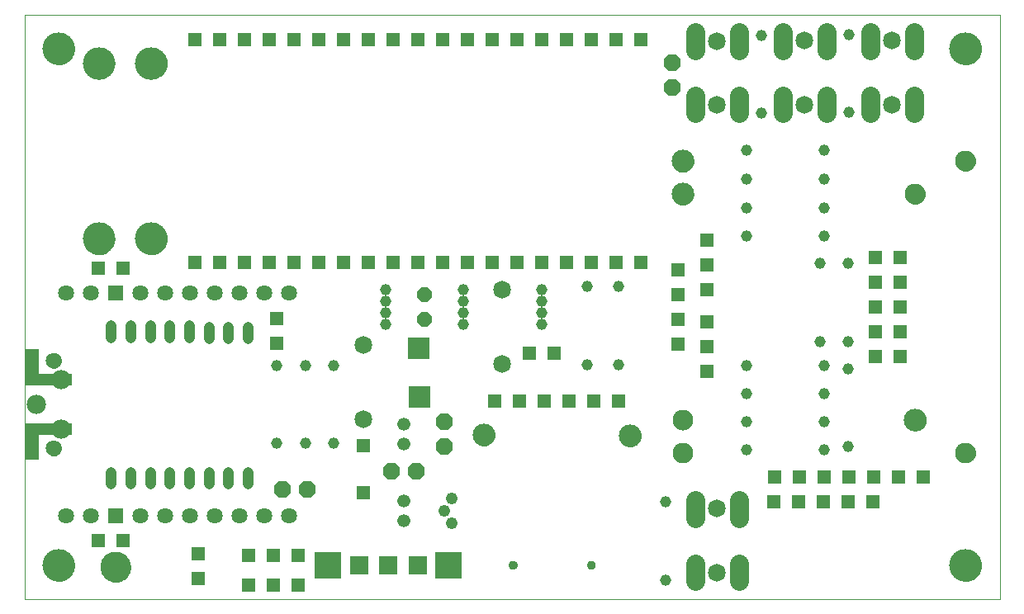
<source format=gbs>
G75*
%MOIN*%
%OFA0B0*%
%FSLAX24Y24*%
%IPPOS*%
%LPD*%
%AMOC8*
5,1,8,0,0,1.08239X$1,22.5*
%
%ADD10C,0.0000*%
%ADD11C,0.0916*%
%ADD12C,0.1310*%
%ADD13C,0.0837*%
%ADD14C,0.0641*%
%ADD15C,0.1231*%
%ADD16R,0.0522X0.0522*%
%ADD17C,0.0365*%
%ADD18C,0.0719*%
%ADD19OC8,0.0680*%
%ADD20C,0.0463*%
%ADD21OC8,0.0581*%
%ADD22R,0.0581X0.0581*%
%ADD23R,0.0759X0.0759*%
%ADD24R,0.1050X0.1050*%
%ADD25R,0.0641X0.0641*%
%ADD26C,0.0759*%
%ADD27C,0.0483*%
%ADD28C,0.0522*%
%ADD29R,0.0910X0.0910*%
%ADD30C,0.0444*%
%ADD31C,0.0430*%
%ADD32C,0.0778*%
%ADD33R,0.1850X0.0500*%
%ADD34R,0.0550X0.0550*%
D10*
X004227Y002440D02*
X043597Y002440D01*
X043597Y026062D01*
X004227Y026062D01*
X004227Y002440D01*
X004975Y003818D02*
X004977Y003868D01*
X004983Y003918D01*
X004993Y003967D01*
X005007Y004015D01*
X005024Y004062D01*
X005045Y004107D01*
X005070Y004151D01*
X005098Y004192D01*
X005130Y004231D01*
X005164Y004268D01*
X005201Y004302D01*
X005241Y004332D01*
X005283Y004359D01*
X005327Y004383D01*
X005373Y004404D01*
X005420Y004420D01*
X005468Y004433D01*
X005518Y004442D01*
X005567Y004447D01*
X005618Y004448D01*
X005668Y004445D01*
X005717Y004438D01*
X005766Y004427D01*
X005814Y004412D01*
X005860Y004394D01*
X005905Y004372D01*
X005948Y004346D01*
X005989Y004317D01*
X006028Y004285D01*
X006064Y004250D01*
X006096Y004212D01*
X006126Y004172D01*
X006153Y004129D01*
X006176Y004085D01*
X006195Y004039D01*
X006211Y003991D01*
X006223Y003942D01*
X006231Y003893D01*
X006235Y003843D01*
X006235Y003793D01*
X006231Y003743D01*
X006223Y003694D01*
X006211Y003645D01*
X006195Y003597D01*
X006176Y003551D01*
X006153Y003507D01*
X006126Y003464D01*
X006096Y003424D01*
X006064Y003386D01*
X006028Y003351D01*
X005989Y003319D01*
X005948Y003290D01*
X005905Y003264D01*
X005860Y003242D01*
X005814Y003224D01*
X005766Y003209D01*
X005717Y003198D01*
X005668Y003191D01*
X005618Y003188D01*
X005567Y003189D01*
X005518Y003194D01*
X005468Y003203D01*
X005420Y003216D01*
X005373Y003232D01*
X005327Y003253D01*
X005283Y003277D01*
X005241Y003304D01*
X005201Y003334D01*
X005164Y003368D01*
X005130Y003405D01*
X005098Y003444D01*
X005070Y003485D01*
X005045Y003529D01*
X005024Y003574D01*
X005007Y003621D01*
X004993Y003669D01*
X004983Y003718D01*
X004977Y003768D01*
X004975Y003818D01*
X007317Y003739D02*
X007319Y003787D01*
X007325Y003835D01*
X007335Y003882D01*
X007348Y003928D01*
X007366Y003973D01*
X007386Y004017D01*
X007411Y004059D01*
X007439Y004098D01*
X007469Y004135D01*
X007503Y004169D01*
X007540Y004201D01*
X007578Y004230D01*
X007619Y004255D01*
X007662Y004277D01*
X007707Y004295D01*
X007753Y004309D01*
X007800Y004320D01*
X007848Y004327D01*
X007896Y004330D01*
X007944Y004329D01*
X007992Y004324D01*
X008040Y004315D01*
X008086Y004303D01*
X008131Y004286D01*
X008175Y004266D01*
X008217Y004243D01*
X008257Y004216D01*
X008295Y004186D01*
X008330Y004153D01*
X008362Y004117D01*
X008392Y004079D01*
X008418Y004038D01*
X008440Y003995D01*
X008460Y003951D01*
X008475Y003906D01*
X008487Y003859D01*
X008495Y003811D01*
X008499Y003763D01*
X008499Y003715D01*
X008495Y003667D01*
X008487Y003619D01*
X008475Y003572D01*
X008460Y003527D01*
X008440Y003483D01*
X008418Y003440D01*
X008392Y003399D01*
X008362Y003361D01*
X008330Y003325D01*
X008295Y003292D01*
X008257Y003262D01*
X008217Y003235D01*
X008175Y003212D01*
X008131Y003192D01*
X008086Y003175D01*
X008040Y003163D01*
X007992Y003154D01*
X007944Y003149D01*
X007896Y003148D01*
X007848Y003151D01*
X007800Y003158D01*
X007753Y003169D01*
X007707Y003183D01*
X007662Y003201D01*
X007619Y003223D01*
X007578Y003248D01*
X007540Y003277D01*
X007503Y003309D01*
X007469Y003343D01*
X007439Y003380D01*
X007411Y003419D01*
X007386Y003461D01*
X007366Y003505D01*
X007348Y003550D01*
X007335Y003596D01*
X007325Y003643D01*
X007319Y003691D01*
X007317Y003739D01*
X005113Y008542D02*
X005115Y008576D01*
X005121Y008610D01*
X005131Y008643D01*
X005144Y008674D01*
X005162Y008704D01*
X005182Y008732D01*
X005206Y008757D01*
X005232Y008779D01*
X005260Y008797D01*
X005291Y008813D01*
X005323Y008825D01*
X005357Y008833D01*
X005391Y008837D01*
X005425Y008837D01*
X005459Y008833D01*
X005493Y008825D01*
X005525Y008813D01*
X005555Y008797D01*
X005584Y008779D01*
X005610Y008757D01*
X005634Y008732D01*
X005654Y008704D01*
X005672Y008674D01*
X005685Y008643D01*
X005695Y008610D01*
X005701Y008576D01*
X005703Y008542D01*
X005701Y008508D01*
X005695Y008474D01*
X005685Y008441D01*
X005672Y008410D01*
X005654Y008380D01*
X005634Y008352D01*
X005610Y008327D01*
X005584Y008305D01*
X005556Y008287D01*
X005525Y008271D01*
X005493Y008259D01*
X005459Y008251D01*
X005425Y008247D01*
X005391Y008247D01*
X005357Y008251D01*
X005323Y008259D01*
X005291Y008271D01*
X005260Y008287D01*
X005232Y008305D01*
X005206Y008327D01*
X005182Y008352D01*
X005162Y008380D01*
X005144Y008410D01*
X005131Y008441D01*
X005121Y008474D01*
X005115Y008508D01*
X005113Y008542D01*
X005113Y012086D02*
X005115Y012120D01*
X005121Y012154D01*
X005131Y012187D01*
X005144Y012218D01*
X005162Y012248D01*
X005182Y012276D01*
X005206Y012301D01*
X005232Y012323D01*
X005260Y012341D01*
X005291Y012357D01*
X005323Y012369D01*
X005357Y012377D01*
X005391Y012381D01*
X005425Y012381D01*
X005459Y012377D01*
X005493Y012369D01*
X005525Y012357D01*
X005555Y012341D01*
X005584Y012323D01*
X005610Y012301D01*
X005634Y012276D01*
X005654Y012248D01*
X005672Y012218D01*
X005685Y012187D01*
X005695Y012154D01*
X005701Y012120D01*
X005703Y012086D01*
X005701Y012052D01*
X005695Y012018D01*
X005685Y011985D01*
X005672Y011954D01*
X005654Y011924D01*
X005634Y011896D01*
X005610Y011871D01*
X005584Y011849D01*
X005556Y011831D01*
X005525Y011815D01*
X005493Y011803D01*
X005459Y011795D01*
X005425Y011791D01*
X005391Y011791D01*
X005357Y011795D01*
X005323Y011803D01*
X005291Y011815D01*
X005260Y011831D01*
X005232Y011849D01*
X005206Y011871D01*
X005182Y011896D01*
X005162Y011924D01*
X005144Y011954D01*
X005131Y011985D01*
X005121Y012018D01*
X005115Y012052D01*
X005113Y012086D01*
X006601Y017007D02*
X006603Y017057D01*
X006609Y017107D01*
X006619Y017156D01*
X006633Y017204D01*
X006650Y017251D01*
X006671Y017296D01*
X006696Y017340D01*
X006724Y017381D01*
X006756Y017420D01*
X006790Y017457D01*
X006827Y017491D01*
X006867Y017521D01*
X006909Y017548D01*
X006953Y017572D01*
X006999Y017593D01*
X007046Y017609D01*
X007094Y017622D01*
X007144Y017631D01*
X007193Y017636D01*
X007244Y017637D01*
X007294Y017634D01*
X007343Y017627D01*
X007392Y017616D01*
X007440Y017601D01*
X007486Y017583D01*
X007531Y017561D01*
X007574Y017535D01*
X007615Y017506D01*
X007654Y017474D01*
X007690Y017439D01*
X007722Y017401D01*
X007752Y017361D01*
X007779Y017318D01*
X007802Y017274D01*
X007821Y017228D01*
X007837Y017180D01*
X007849Y017131D01*
X007857Y017082D01*
X007861Y017032D01*
X007861Y016982D01*
X007857Y016932D01*
X007849Y016883D01*
X007837Y016834D01*
X007821Y016786D01*
X007802Y016740D01*
X007779Y016696D01*
X007752Y016653D01*
X007722Y016613D01*
X007690Y016575D01*
X007654Y016540D01*
X007615Y016508D01*
X007574Y016479D01*
X007531Y016453D01*
X007486Y016431D01*
X007440Y016413D01*
X007392Y016398D01*
X007343Y016387D01*
X007294Y016380D01*
X007244Y016377D01*
X007193Y016378D01*
X007144Y016383D01*
X007094Y016392D01*
X007046Y016405D01*
X006999Y016421D01*
X006953Y016442D01*
X006909Y016466D01*
X006867Y016493D01*
X006827Y016523D01*
X006790Y016557D01*
X006756Y016594D01*
X006724Y016633D01*
X006696Y016674D01*
X006671Y016718D01*
X006650Y016763D01*
X006633Y016810D01*
X006619Y016858D01*
X006609Y016907D01*
X006603Y016957D01*
X006601Y017007D01*
X008715Y017007D02*
X008717Y017057D01*
X008723Y017107D01*
X008733Y017156D01*
X008747Y017204D01*
X008764Y017251D01*
X008785Y017296D01*
X008810Y017340D01*
X008838Y017381D01*
X008870Y017420D01*
X008904Y017457D01*
X008941Y017491D01*
X008981Y017521D01*
X009023Y017548D01*
X009067Y017572D01*
X009113Y017593D01*
X009160Y017609D01*
X009208Y017622D01*
X009258Y017631D01*
X009307Y017636D01*
X009358Y017637D01*
X009408Y017634D01*
X009457Y017627D01*
X009506Y017616D01*
X009554Y017601D01*
X009600Y017583D01*
X009645Y017561D01*
X009688Y017535D01*
X009729Y017506D01*
X009768Y017474D01*
X009804Y017439D01*
X009836Y017401D01*
X009866Y017361D01*
X009893Y017318D01*
X009916Y017274D01*
X009935Y017228D01*
X009951Y017180D01*
X009963Y017131D01*
X009971Y017082D01*
X009975Y017032D01*
X009975Y016982D01*
X009971Y016932D01*
X009963Y016883D01*
X009951Y016834D01*
X009935Y016786D01*
X009916Y016740D01*
X009893Y016696D01*
X009866Y016653D01*
X009836Y016613D01*
X009804Y016575D01*
X009768Y016540D01*
X009729Y016508D01*
X009688Y016479D01*
X009645Y016453D01*
X009600Y016431D01*
X009554Y016413D01*
X009506Y016398D01*
X009457Y016387D01*
X009408Y016380D01*
X009358Y016377D01*
X009307Y016378D01*
X009258Y016383D01*
X009208Y016392D01*
X009160Y016405D01*
X009113Y016421D01*
X009067Y016442D01*
X009023Y016466D01*
X008981Y016493D01*
X008941Y016523D01*
X008904Y016557D01*
X008870Y016594D01*
X008838Y016633D01*
X008810Y016674D01*
X008785Y016718D01*
X008764Y016763D01*
X008747Y016810D01*
X008733Y016858D01*
X008723Y016907D01*
X008717Y016957D01*
X008715Y017007D01*
X008715Y024094D02*
X008717Y024144D01*
X008723Y024194D01*
X008733Y024243D01*
X008747Y024291D01*
X008764Y024338D01*
X008785Y024383D01*
X008810Y024427D01*
X008838Y024468D01*
X008870Y024507D01*
X008904Y024544D01*
X008941Y024578D01*
X008981Y024608D01*
X009023Y024635D01*
X009067Y024659D01*
X009113Y024680D01*
X009160Y024696D01*
X009208Y024709D01*
X009258Y024718D01*
X009307Y024723D01*
X009358Y024724D01*
X009408Y024721D01*
X009457Y024714D01*
X009506Y024703D01*
X009554Y024688D01*
X009600Y024670D01*
X009645Y024648D01*
X009688Y024622D01*
X009729Y024593D01*
X009768Y024561D01*
X009804Y024526D01*
X009836Y024488D01*
X009866Y024448D01*
X009893Y024405D01*
X009916Y024361D01*
X009935Y024315D01*
X009951Y024267D01*
X009963Y024218D01*
X009971Y024169D01*
X009975Y024119D01*
X009975Y024069D01*
X009971Y024019D01*
X009963Y023970D01*
X009951Y023921D01*
X009935Y023873D01*
X009916Y023827D01*
X009893Y023783D01*
X009866Y023740D01*
X009836Y023700D01*
X009804Y023662D01*
X009768Y023627D01*
X009729Y023595D01*
X009688Y023566D01*
X009645Y023540D01*
X009600Y023518D01*
X009554Y023500D01*
X009506Y023485D01*
X009457Y023474D01*
X009408Y023467D01*
X009358Y023464D01*
X009307Y023465D01*
X009258Y023470D01*
X009208Y023479D01*
X009160Y023492D01*
X009113Y023508D01*
X009067Y023529D01*
X009023Y023553D01*
X008981Y023580D01*
X008941Y023610D01*
X008904Y023644D01*
X008870Y023681D01*
X008838Y023720D01*
X008810Y023761D01*
X008785Y023805D01*
X008764Y023850D01*
X008747Y023897D01*
X008733Y023945D01*
X008723Y023994D01*
X008717Y024044D01*
X008715Y024094D01*
X006601Y024094D02*
X006603Y024144D01*
X006609Y024194D01*
X006619Y024243D01*
X006633Y024291D01*
X006650Y024338D01*
X006671Y024383D01*
X006696Y024427D01*
X006724Y024468D01*
X006756Y024507D01*
X006790Y024544D01*
X006827Y024578D01*
X006867Y024608D01*
X006909Y024635D01*
X006953Y024659D01*
X006999Y024680D01*
X007046Y024696D01*
X007094Y024709D01*
X007144Y024718D01*
X007193Y024723D01*
X007244Y024724D01*
X007294Y024721D01*
X007343Y024714D01*
X007392Y024703D01*
X007440Y024688D01*
X007486Y024670D01*
X007531Y024648D01*
X007574Y024622D01*
X007615Y024593D01*
X007654Y024561D01*
X007690Y024526D01*
X007722Y024488D01*
X007752Y024448D01*
X007779Y024405D01*
X007802Y024361D01*
X007821Y024315D01*
X007837Y024267D01*
X007849Y024218D01*
X007857Y024169D01*
X007861Y024119D01*
X007861Y024069D01*
X007857Y024019D01*
X007849Y023970D01*
X007837Y023921D01*
X007821Y023873D01*
X007802Y023827D01*
X007779Y023783D01*
X007752Y023740D01*
X007722Y023700D01*
X007690Y023662D01*
X007654Y023627D01*
X007615Y023595D01*
X007574Y023566D01*
X007531Y023540D01*
X007486Y023518D01*
X007440Y023500D01*
X007392Y023485D01*
X007343Y023474D01*
X007294Y023467D01*
X007244Y023464D01*
X007193Y023465D01*
X007144Y023470D01*
X007094Y023479D01*
X007046Y023492D01*
X006999Y023508D01*
X006953Y023529D01*
X006909Y023553D01*
X006867Y023580D01*
X006827Y023610D01*
X006790Y023644D01*
X006756Y023681D01*
X006724Y023720D01*
X006696Y023761D01*
X006671Y023805D01*
X006650Y023850D01*
X006633Y023897D01*
X006619Y023945D01*
X006609Y023994D01*
X006603Y024044D01*
X006601Y024094D01*
X004975Y024684D02*
X004977Y024734D01*
X004983Y024784D01*
X004993Y024833D01*
X005007Y024881D01*
X005024Y024928D01*
X005045Y024973D01*
X005070Y025017D01*
X005098Y025058D01*
X005130Y025097D01*
X005164Y025134D01*
X005201Y025168D01*
X005241Y025198D01*
X005283Y025225D01*
X005327Y025249D01*
X005373Y025270D01*
X005420Y025286D01*
X005468Y025299D01*
X005518Y025308D01*
X005567Y025313D01*
X005618Y025314D01*
X005668Y025311D01*
X005717Y025304D01*
X005766Y025293D01*
X005814Y025278D01*
X005860Y025260D01*
X005905Y025238D01*
X005948Y025212D01*
X005989Y025183D01*
X006028Y025151D01*
X006064Y025116D01*
X006096Y025078D01*
X006126Y025038D01*
X006153Y024995D01*
X006176Y024951D01*
X006195Y024905D01*
X006211Y024857D01*
X006223Y024808D01*
X006231Y024759D01*
X006235Y024709D01*
X006235Y024659D01*
X006231Y024609D01*
X006223Y024560D01*
X006211Y024511D01*
X006195Y024463D01*
X006176Y024417D01*
X006153Y024373D01*
X006126Y024330D01*
X006096Y024290D01*
X006064Y024252D01*
X006028Y024217D01*
X005989Y024185D01*
X005948Y024156D01*
X005905Y024130D01*
X005860Y024108D01*
X005814Y024090D01*
X005766Y024075D01*
X005717Y024064D01*
X005668Y024057D01*
X005618Y024054D01*
X005567Y024055D01*
X005518Y024060D01*
X005468Y024069D01*
X005420Y024082D01*
X005373Y024098D01*
X005327Y024119D01*
X005283Y024143D01*
X005241Y024170D01*
X005201Y024200D01*
X005164Y024234D01*
X005130Y024271D01*
X005098Y024310D01*
X005070Y024351D01*
X005045Y024395D01*
X005024Y024440D01*
X005007Y024487D01*
X004993Y024535D01*
X004983Y024584D01*
X004977Y024634D01*
X004975Y024684D01*
X030368Y020141D02*
X030370Y020182D01*
X030376Y020223D01*
X030386Y020263D01*
X030399Y020302D01*
X030416Y020339D01*
X030437Y020375D01*
X030461Y020409D01*
X030488Y020440D01*
X030517Y020468D01*
X030550Y020494D01*
X030584Y020516D01*
X030621Y020535D01*
X030659Y020550D01*
X030699Y020562D01*
X030739Y020570D01*
X030780Y020574D01*
X030822Y020574D01*
X030863Y020570D01*
X030903Y020562D01*
X030943Y020550D01*
X030981Y020535D01*
X031017Y020516D01*
X031052Y020494D01*
X031085Y020468D01*
X031114Y020440D01*
X031141Y020409D01*
X031165Y020375D01*
X031186Y020339D01*
X031203Y020302D01*
X031216Y020263D01*
X031226Y020223D01*
X031232Y020182D01*
X031234Y020141D01*
X031232Y020100D01*
X031226Y020059D01*
X031216Y020019D01*
X031203Y019980D01*
X031186Y019943D01*
X031165Y019907D01*
X031141Y019873D01*
X031114Y019842D01*
X031085Y019814D01*
X031052Y019788D01*
X031018Y019766D01*
X030981Y019747D01*
X030943Y019732D01*
X030903Y019720D01*
X030863Y019712D01*
X030822Y019708D01*
X030780Y019708D01*
X030739Y019712D01*
X030699Y019720D01*
X030659Y019732D01*
X030621Y019747D01*
X030585Y019766D01*
X030550Y019788D01*
X030517Y019814D01*
X030488Y019842D01*
X030461Y019873D01*
X030437Y019907D01*
X030416Y019943D01*
X030399Y019980D01*
X030386Y020019D01*
X030376Y020059D01*
X030370Y020100D01*
X030368Y020141D01*
X030364Y018810D02*
X030366Y018851D01*
X030372Y018892D01*
X030382Y018932D01*
X030395Y018971D01*
X030412Y019008D01*
X030433Y019044D01*
X030457Y019078D01*
X030484Y019109D01*
X030513Y019137D01*
X030546Y019163D01*
X030580Y019185D01*
X030617Y019204D01*
X030655Y019219D01*
X030695Y019231D01*
X030735Y019239D01*
X030776Y019243D01*
X030818Y019243D01*
X030859Y019239D01*
X030899Y019231D01*
X030939Y019219D01*
X030977Y019204D01*
X031013Y019185D01*
X031048Y019163D01*
X031081Y019137D01*
X031110Y019109D01*
X031137Y019078D01*
X031161Y019044D01*
X031182Y019008D01*
X031199Y018971D01*
X031212Y018932D01*
X031222Y018892D01*
X031228Y018851D01*
X031230Y018810D01*
X031228Y018769D01*
X031222Y018728D01*
X031212Y018688D01*
X031199Y018649D01*
X031182Y018612D01*
X031161Y018576D01*
X031137Y018542D01*
X031110Y018511D01*
X031081Y018483D01*
X031048Y018457D01*
X031014Y018435D01*
X030977Y018416D01*
X030939Y018401D01*
X030899Y018389D01*
X030859Y018381D01*
X030818Y018377D01*
X030776Y018377D01*
X030735Y018381D01*
X030695Y018389D01*
X030655Y018401D01*
X030617Y018416D01*
X030581Y018435D01*
X030546Y018457D01*
X030513Y018483D01*
X030484Y018511D01*
X030457Y018542D01*
X030433Y018576D01*
X030412Y018612D01*
X030395Y018649D01*
X030382Y018688D01*
X030372Y018728D01*
X030366Y018769D01*
X030364Y018810D01*
X039793Y018810D02*
X039795Y018849D01*
X039801Y018888D01*
X039811Y018926D01*
X039824Y018963D01*
X039841Y018998D01*
X039861Y019032D01*
X039885Y019063D01*
X039912Y019092D01*
X039941Y019118D01*
X039973Y019141D01*
X040007Y019161D01*
X040043Y019177D01*
X040080Y019189D01*
X040119Y019198D01*
X040158Y019203D01*
X040197Y019204D01*
X040236Y019201D01*
X040275Y019194D01*
X040312Y019183D01*
X040349Y019169D01*
X040384Y019151D01*
X040417Y019130D01*
X040448Y019105D01*
X040476Y019078D01*
X040501Y019048D01*
X040523Y019015D01*
X040542Y018981D01*
X040557Y018945D01*
X040569Y018907D01*
X040577Y018869D01*
X040581Y018830D01*
X040581Y018790D01*
X040577Y018751D01*
X040569Y018713D01*
X040557Y018675D01*
X040542Y018639D01*
X040523Y018605D01*
X040501Y018572D01*
X040476Y018542D01*
X040448Y018515D01*
X040417Y018490D01*
X040384Y018469D01*
X040349Y018451D01*
X040312Y018437D01*
X040275Y018426D01*
X040236Y018419D01*
X040197Y018416D01*
X040158Y018417D01*
X040119Y018422D01*
X040080Y018431D01*
X040043Y018443D01*
X040007Y018459D01*
X039973Y018479D01*
X039941Y018502D01*
X039912Y018528D01*
X039885Y018557D01*
X039861Y018588D01*
X039841Y018622D01*
X039824Y018657D01*
X039811Y018694D01*
X039801Y018732D01*
X039795Y018771D01*
X039793Y018810D01*
X041817Y020141D02*
X041819Y020180D01*
X041825Y020219D01*
X041835Y020257D01*
X041848Y020294D01*
X041865Y020329D01*
X041885Y020363D01*
X041909Y020394D01*
X041936Y020423D01*
X041965Y020449D01*
X041997Y020472D01*
X042031Y020492D01*
X042067Y020508D01*
X042104Y020520D01*
X042143Y020529D01*
X042182Y020534D01*
X042221Y020535D01*
X042260Y020532D01*
X042299Y020525D01*
X042336Y020514D01*
X042373Y020500D01*
X042408Y020482D01*
X042441Y020461D01*
X042472Y020436D01*
X042500Y020409D01*
X042525Y020379D01*
X042547Y020346D01*
X042566Y020312D01*
X042581Y020276D01*
X042593Y020238D01*
X042601Y020200D01*
X042605Y020161D01*
X042605Y020121D01*
X042601Y020082D01*
X042593Y020044D01*
X042581Y020006D01*
X042566Y019970D01*
X042547Y019936D01*
X042525Y019903D01*
X042500Y019873D01*
X042472Y019846D01*
X042441Y019821D01*
X042408Y019800D01*
X042373Y019782D01*
X042336Y019768D01*
X042299Y019757D01*
X042260Y019750D01*
X042221Y019747D01*
X042182Y019748D01*
X042143Y019753D01*
X042104Y019762D01*
X042067Y019774D01*
X042031Y019790D01*
X041997Y019810D01*
X041965Y019833D01*
X041936Y019859D01*
X041909Y019888D01*
X041885Y019919D01*
X041865Y019953D01*
X041848Y019988D01*
X041835Y020025D01*
X041825Y020063D01*
X041819Y020102D01*
X041817Y020141D01*
X041589Y024684D02*
X041591Y024734D01*
X041597Y024784D01*
X041607Y024833D01*
X041621Y024881D01*
X041638Y024928D01*
X041659Y024973D01*
X041684Y025017D01*
X041712Y025058D01*
X041744Y025097D01*
X041778Y025134D01*
X041815Y025168D01*
X041855Y025198D01*
X041897Y025225D01*
X041941Y025249D01*
X041987Y025270D01*
X042034Y025286D01*
X042082Y025299D01*
X042132Y025308D01*
X042181Y025313D01*
X042232Y025314D01*
X042282Y025311D01*
X042331Y025304D01*
X042380Y025293D01*
X042428Y025278D01*
X042474Y025260D01*
X042519Y025238D01*
X042562Y025212D01*
X042603Y025183D01*
X042642Y025151D01*
X042678Y025116D01*
X042710Y025078D01*
X042740Y025038D01*
X042767Y024995D01*
X042790Y024951D01*
X042809Y024905D01*
X042825Y024857D01*
X042837Y024808D01*
X042845Y024759D01*
X042849Y024709D01*
X042849Y024659D01*
X042845Y024609D01*
X042837Y024560D01*
X042825Y024511D01*
X042809Y024463D01*
X042790Y024417D01*
X042767Y024373D01*
X042740Y024330D01*
X042710Y024290D01*
X042678Y024252D01*
X042642Y024217D01*
X042603Y024185D01*
X042562Y024156D01*
X042519Y024130D01*
X042474Y024108D01*
X042428Y024090D01*
X042380Y024075D01*
X042331Y024064D01*
X042282Y024057D01*
X042232Y024054D01*
X042181Y024055D01*
X042132Y024060D01*
X042082Y024069D01*
X042034Y024082D01*
X041987Y024098D01*
X041941Y024119D01*
X041897Y024143D01*
X041855Y024170D01*
X041815Y024200D01*
X041778Y024234D01*
X041744Y024271D01*
X041712Y024310D01*
X041684Y024351D01*
X041659Y024395D01*
X041638Y024440D01*
X041621Y024487D01*
X041607Y024535D01*
X041597Y024584D01*
X041591Y024634D01*
X041589Y024684D01*
X039754Y009692D02*
X039756Y009733D01*
X039762Y009774D01*
X039772Y009814D01*
X039785Y009853D01*
X039802Y009890D01*
X039823Y009926D01*
X039847Y009960D01*
X039874Y009991D01*
X039903Y010019D01*
X039936Y010045D01*
X039970Y010067D01*
X040007Y010086D01*
X040045Y010101D01*
X040085Y010113D01*
X040125Y010121D01*
X040166Y010125D01*
X040208Y010125D01*
X040249Y010121D01*
X040289Y010113D01*
X040329Y010101D01*
X040367Y010086D01*
X040403Y010067D01*
X040438Y010045D01*
X040471Y010019D01*
X040500Y009991D01*
X040527Y009960D01*
X040551Y009926D01*
X040572Y009890D01*
X040589Y009853D01*
X040602Y009814D01*
X040612Y009774D01*
X040618Y009733D01*
X040620Y009692D01*
X040618Y009651D01*
X040612Y009610D01*
X040602Y009570D01*
X040589Y009531D01*
X040572Y009494D01*
X040551Y009458D01*
X040527Y009424D01*
X040500Y009393D01*
X040471Y009365D01*
X040438Y009339D01*
X040404Y009317D01*
X040367Y009298D01*
X040329Y009283D01*
X040289Y009271D01*
X040249Y009263D01*
X040208Y009259D01*
X040166Y009259D01*
X040125Y009263D01*
X040085Y009271D01*
X040045Y009283D01*
X040007Y009298D01*
X039971Y009317D01*
X039936Y009339D01*
X039903Y009365D01*
X039874Y009393D01*
X039847Y009424D01*
X039823Y009458D01*
X039802Y009494D01*
X039785Y009531D01*
X039772Y009570D01*
X039762Y009610D01*
X039756Y009651D01*
X039754Y009692D01*
X041817Y008361D02*
X041819Y008400D01*
X041825Y008439D01*
X041835Y008477D01*
X041848Y008514D01*
X041865Y008549D01*
X041885Y008583D01*
X041909Y008614D01*
X041936Y008643D01*
X041965Y008669D01*
X041997Y008692D01*
X042031Y008712D01*
X042067Y008728D01*
X042104Y008740D01*
X042143Y008749D01*
X042182Y008754D01*
X042221Y008755D01*
X042260Y008752D01*
X042299Y008745D01*
X042336Y008734D01*
X042373Y008720D01*
X042408Y008702D01*
X042441Y008681D01*
X042472Y008656D01*
X042500Y008629D01*
X042525Y008599D01*
X042547Y008566D01*
X042566Y008532D01*
X042581Y008496D01*
X042593Y008458D01*
X042601Y008420D01*
X042605Y008381D01*
X042605Y008341D01*
X042601Y008302D01*
X042593Y008264D01*
X042581Y008226D01*
X042566Y008190D01*
X042547Y008156D01*
X042525Y008123D01*
X042500Y008093D01*
X042472Y008066D01*
X042441Y008041D01*
X042408Y008020D01*
X042373Y008002D01*
X042336Y007988D01*
X042299Y007977D01*
X042260Y007970D01*
X042221Y007967D01*
X042182Y007968D01*
X042143Y007973D01*
X042104Y007982D01*
X042067Y007994D01*
X042031Y008010D01*
X041997Y008030D01*
X041965Y008053D01*
X041936Y008079D01*
X041909Y008108D01*
X041885Y008139D01*
X041865Y008173D01*
X041848Y008208D01*
X041835Y008245D01*
X041825Y008283D01*
X041819Y008322D01*
X041817Y008361D01*
X041589Y003818D02*
X041591Y003868D01*
X041597Y003918D01*
X041607Y003967D01*
X041621Y004015D01*
X041638Y004062D01*
X041659Y004107D01*
X041684Y004151D01*
X041712Y004192D01*
X041744Y004231D01*
X041778Y004268D01*
X041815Y004302D01*
X041855Y004332D01*
X041897Y004359D01*
X041941Y004383D01*
X041987Y004404D01*
X042034Y004420D01*
X042082Y004433D01*
X042132Y004442D01*
X042181Y004447D01*
X042232Y004448D01*
X042282Y004445D01*
X042331Y004438D01*
X042380Y004427D01*
X042428Y004412D01*
X042474Y004394D01*
X042519Y004372D01*
X042562Y004346D01*
X042603Y004317D01*
X042642Y004285D01*
X042678Y004250D01*
X042710Y004212D01*
X042740Y004172D01*
X042767Y004129D01*
X042790Y004085D01*
X042809Y004039D01*
X042825Y003991D01*
X042837Y003942D01*
X042845Y003893D01*
X042849Y003843D01*
X042849Y003793D01*
X042845Y003743D01*
X042837Y003694D01*
X042825Y003645D01*
X042809Y003597D01*
X042790Y003551D01*
X042767Y003507D01*
X042740Y003464D01*
X042710Y003424D01*
X042678Y003386D01*
X042642Y003351D01*
X042603Y003319D01*
X042562Y003290D01*
X042519Y003264D01*
X042474Y003242D01*
X042428Y003224D01*
X042380Y003209D01*
X042331Y003198D01*
X042282Y003191D01*
X042232Y003188D01*
X042181Y003189D01*
X042132Y003194D01*
X042082Y003203D01*
X042034Y003216D01*
X041987Y003232D01*
X041941Y003253D01*
X041897Y003277D01*
X041855Y003304D01*
X041815Y003334D01*
X041778Y003368D01*
X041744Y003405D01*
X041712Y003444D01*
X041684Y003485D01*
X041659Y003529D01*
X041638Y003574D01*
X041621Y003621D01*
X041607Y003669D01*
X041597Y003718D01*
X041591Y003768D01*
X041589Y003818D01*
X030400Y008361D02*
X030402Y008400D01*
X030408Y008439D01*
X030418Y008477D01*
X030431Y008514D01*
X030448Y008549D01*
X030468Y008583D01*
X030492Y008614D01*
X030519Y008643D01*
X030548Y008669D01*
X030580Y008692D01*
X030614Y008712D01*
X030650Y008728D01*
X030687Y008740D01*
X030726Y008749D01*
X030765Y008754D01*
X030804Y008755D01*
X030843Y008752D01*
X030882Y008745D01*
X030919Y008734D01*
X030956Y008720D01*
X030991Y008702D01*
X031024Y008681D01*
X031055Y008656D01*
X031083Y008629D01*
X031108Y008599D01*
X031130Y008566D01*
X031149Y008532D01*
X031164Y008496D01*
X031176Y008458D01*
X031184Y008420D01*
X031188Y008381D01*
X031188Y008341D01*
X031184Y008302D01*
X031176Y008264D01*
X031164Y008226D01*
X031149Y008190D01*
X031130Y008156D01*
X031108Y008123D01*
X031083Y008093D01*
X031055Y008066D01*
X031024Y008041D01*
X030991Y008020D01*
X030956Y008002D01*
X030919Y007988D01*
X030882Y007977D01*
X030843Y007970D01*
X030804Y007967D01*
X030765Y007968D01*
X030726Y007973D01*
X030687Y007982D01*
X030650Y007994D01*
X030614Y008010D01*
X030580Y008030D01*
X030548Y008053D01*
X030519Y008079D01*
X030492Y008108D01*
X030468Y008139D01*
X030448Y008173D01*
X030431Y008208D01*
X030418Y008245D01*
X030408Y008283D01*
X030402Y008322D01*
X030400Y008361D01*
X028242Y009046D02*
X028244Y009087D01*
X028250Y009128D01*
X028260Y009168D01*
X028273Y009207D01*
X028290Y009244D01*
X028311Y009280D01*
X028335Y009314D01*
X028362Y009345D01*
X028391Y009373D01*
X028424Y009399D01*
X028458Y009421D01*
X028495Y009440D01*
X028533Y009455D01*
X028573Y009467D01*
X028613Y009475D01*
X028654Y009479D01*
X028696Y009479D01*
X028737Y009475D01*
X028777Y009467D01*
X028817Y009455D01*
X028855Y009440D01*
X028891Y009421D01*
X028926Y009399D01*
X028959Y009373D01*
X028988Y009345D01*
X029015Y009314D01*
X029039Y009280D01*
X029060Y009244D01*
X029077Y009207D01*
X029090Y009168D01*
X029100Y009128D01*
X029106Y009087D01*
X029108Y009046D01*
X029106Y009005D01*
X029100Y008964D01*
X029090Y008924D01*
X029077Y008885D01*
X029060Y008848D01*
X029039Y008812D01*
X029015Y008778D01*
X028988Y008747D01*
X028959Y008719D01*
X028926Y008693D01*
X028892Y008671D01*
X028855Y008652D01*
X028817Y008637D01*
X028777Y008625D01*
X028737Y008617D01*
X028696Y008613D01*
X028654Y008613D01*
X028613Y008617D01*
X028573Y008625D01*
X028533Y008637D01*
X028495Y008652D01*
X028459Y008671D01*
X028424Y008693D01*
X028391Y008719D01*
X028362Y008747D01*
X028335Y008778D01*
X028311Y008812D01*
X028290Y008848D01*
X028273Y008885D01*
X028260Y008924D01*
X028250Y008964D01*
X028244Y009005D01*
X028242Y009046D01*
X030403Y009692D02*
X030405Y009731D01*
X030411Y009770D01*
X030421Y009808D01*
X030434Y009845D01*
X030451Y009880D01*
X030471Y009914D01*
X030495Y009945D01*
X030522Y009974D01*
X030551Y010000D01*
X030583Y010023D01*
X030617Y010043D01*
X030653Y010059D01*
X030690Y010071D01*
X030729Y010080D01*
X030768Y010085D01*
X030807Y010086D01*
X030846Y010083D01*
X030885Y010076D01*
X030922Y010065D01*
X030959Y010051D01*
X030994Y010033D01*
X031027Y010012D01*
X031058Y009987D01*
X031086Y009960D01*
X031111Y009930D01*
X031133Y009897D01*
X031152Y009863D01*
X031167Y009827D01*
X031179Y009789D01*
X031187Y009751D01*
X031191Y009712D01*
X031191Y009672D01*
X031187Y009633D01*
X031179Y009595D01*
X031167Y009557D01*
X031152Y009521D01*
X031133Y009487D01*
X031111Y009454D01*
X031086Y009424D01*
X031058Y009397D01*
X031027Y009372D01*
X030994Y009351D01*
X030959Y009333D01*
X030922Y009319D01*
X030885Y009308D01*
X030846Y009301D01*
X030807Y009298D01*
X030768Y009299D01*
X030729Y009304D01*
X030690Y009313D01*
X030653Y009325D01*
X030617Y009341D01*
X030583Y009361D01*
X030551Y009384D01*
X030522Y009410D01*
X030495Y009439D01*
X030471Y009470D01*
X030451Y009504D01*
X030434Y009539D01*
X030421Y009576D01*
X030411Y009614D01*
X030405Y009653D01*
X030403Y009692D01*
X022337Y009086D02*
X022339Y009127D01*
X022345Y009168D01*
X022355Y009208D01*
X022368Y009247D01*
X022385Y009284D01*
X022406Y009320D01*
X022430Y009354D01*
X022457Y009385D01*
X022486Y009413D01*
X022519Y009439D01*
X022553Y009461D01*
X022590Y009480D01*
X022628Y009495D01*
X022668Y009507D01*
X022708Y009515D01*
X022749Y009519D01*
X022791Y009519D01*
X022832Y009515D01*
X022872Y009507D01*
X022912Y009495D01*
X022950Y009480D01*
X022986Y009461D01*
X023021Y009439D01*
X023054Y009413D01*
X023083Y009385D01*
X023110Y009354D01*
X023134Y009320D01*
X023155Y009284D01*
X023172Y009247D01*
X023185Y009208D01*
X023195Y009168D01*
X023201Y009127D01*
X023203Y009086D01*
X023201Y009045D01*
X023195Y009004D01*
X023185Y008964D01*
X023172Y008925D01*
X023155Y008888D01*
X023134Y008852D01*
X023110Y008818D01*
X023083Y008787D01*
X023054Y008759D01*
X023021Y008733D01*
X022987Y008711D01*
X022950Y008692D01*
X022912Y008677D01*
X022872Y008665D01*
X022832Y008657D01*
X022791Y008653D01*
X022749Y008653D01*
X022708Y008657D01*
X022668Y008665D01*
X022628Y008677D01*
X022590Y008692D01*
X022554Y008711D01*
X022519Y008733D01*
X022486Y008759D01*
X022457Y008787D01*
X022430Y008818D01*
X022406Y008852D01*
X022385Y008888D01*
X022368Y008925D01*
X022355Y008964D01*
X022345Y009004D01*
X022339Y009045D01*
X022337Y009086D01*
X023794Y003830D02*
X023796Y003855D01*
X023802Y003879D01*
X023811Y003901D01*
X023824Y003922D01*
X023840Y003941D01*
X023859Y003957D01*
X023880Y003970D01*
X023902Y003979D01*
X023926Y003985D01*
X023951Y003987D01*
X023976Y003985D01*
X024000Y003979D01*
X024022Y003970D01*
X024043Y003957D01*
X024062Y003941D01*
X024078Y003922D01*
X024091Y003901D01*
X024100Y003879D01*
X024106Y003855D01*
X024108Y003830D01*
X024106Y003805D01*
X024100Y003781D01*
X024091Y003759D01*
X024078Y003738D01*
X024062Y003719D01*
X024043Y003703D01*
X024022Y003690D01*
X024000Y003681D01*
X023976Y003675D01*
X023951Y003673D01*
X023926Y003675D01*
X023902Y003681D01*
X023880Y003690D01*
X023859Y003703D01*
X023840Y003719D01*
X023824Y003738D01*
X023811Y003759D01*
X023802Y003781D01*
X023796Y003805D01*
X023794Y003830D01*
X026944Y003830D02*
X026946Y003855D01*
X026952Y003879D01*
X026961Y003901D01*
X026974Y003922D01*
X026990Y003941D01*
X027009Y003957D01*
X027030Y003970D01*
X027052Y003979D01*
X027076Y003985D01*
X027101Y003987D01*
X027126Y003985D01*
X027150Y003979D01*
X027172Y003970D01*
X027193Y003957D01*
X027212Y003941D01*
X027228Y003922D01*
X027241Y003901D01*
X027250Y003879D01*
X027256Y003855D01*
X027258Y003830D01*
X027256Y003805D01*
X027250Y003781D01*
X027241Y003759D01*
X027228Y003738D01*
X027212Y003719D01*
X027193Y003703D01*
X027172Y003690D01*
X027150Y003681D01*
X027126Y003675D01*
X027101Y003673D01*
X027076Y003675D01*
X027052Y003681D01*
X027030Y003690D01*
X027009Y003703D01*
X026990Y003719D01*
X026974Y003738D01*
X026961Y003759D01*
X026952Y003781D01*
X026946Y003805D01*
X026944Y003830D01*
D11*
X028675Y009046D03*
X022770Y009086D03*
X030797Y018810D03*
X030801Y020141D03*
X040187Y009692D03*
D12*
X042219Y003818D03*
X009345Y017007D03*
X007231Y017007D03*
X007231Y024094D03*
X005605Y024684D03*
X009345Y024094D03*
X042219Y024684D03*
X005605Y003818D03*
D13*
X030794Y008361D03*
X030797Y009692D03*
X042211Y008361D03*
X040187Y018810D03*
X042211Y020141D03*
D14*
X014920Y014814D03*
X013920Y014814D03*
X012920Y014814D03*
X011920Y014814D03*
X010920Y014814D03*
X009920Y014814D03*
X008920Y014814D03*
X006920Y014814D03*
X005920Y014814D03*
X005408Y012086D03*
X005408Y008542D03*
X005920Y005814D03*
X006920Y005814D03*
X008920Y005814D03*
X009920Y005814D03*
X010920Y005814D03*
X011920Y005814D03*
X012920Y005814D03*
X013920Y005814D03*
X014920Y005814D03*
D15*
X007908Y003739D03*
D16*
X011258Y003282D03*
X011258Y004282D03*
X017912Y006743D03*
X017912Y008633D03*
X023223Y010440D03*
X024223Y010440D03*
X025223Y010440D03*
X026223Y010440D03*
X027223Y010440D03*
X028223Y010440D03*
X030605Y012743D03*
X030605Y013743D03*
X030605Y014743D03*
X030605Y015743D03*
X029120Y016050D03*
X028120Y016050D03*
X027120Y016050D03*
X026120Y016050D03*
X025120Y016050D03*
X024120Y016050D03*
X023120Y016050D03*
X022120Y016050D03*
X021120Y016050D03*
X020120Y016050D03*
X019120Y016050D03*
X018120Y016050D03*
X017120Y016050D03*
X016120Y016050D03*
X015120Y016050D03*
X014120Y016050D03*
X013120Y016050D03*
X012120Y016050D03*
X011120Y016050D03*
X011120Y025050D03*
X012120Y025050D03*
X013120Y025050D03*
X014120Y025050D03*
X015120Y025050D03*
X016120Y025050D03*
X017120Y025050D03*
X018120Y025050D03*
X019120Y025050D03*
X020120Y025050D03*
X021120Y025050D03*
X022120Y025050D03*
X023120Y025050D03*
X024120Y025050D03*
X025120Y025050D03*
X026120Y025050D03*
X027120Y025050D03*
X028120Y025050D03*
X029120Y025050D03*
D17*
X027101Y003830D03*
X023951Y003830D03*
D18*
X032179Y003503D03*
X032179Y006101D03*
X023510Y011952D03*
X023510Y014952D03*
X017912Y012700D03*
X017912Y009700D03*
X032179Y022401D03*
X035707Y022408D03*
X039254Y022405D03*
X039254Y025003D03*
X035707Y025007D03*
X032179Y024999D03*
D19*
X030364Y024101D03*
X030364Y023101D03*
X021183Y009613D03*
X021183Y008613D03*
X020034Y007609D03*
X019034Y007609D03*
X015628Y006893D03*
X014628Y006893D03*
D20*
X014400Y008739D03*
X015561Y008739D03*
X016703Y008739D03*
X016703Y011889D03*
X015561Y011889D03*
X014400Y011889D03*
X018794Y013542D03*
X018794Y014015D03*
X018794Y014487D03*
X018794Y014960D03*
X021943Y014960D03*
X021943Y014487D03*
X021943Y014015D03*
X021943Y013542D03*
X025093Y013542D03*
X025093Y014015D03*
X025093Y014487D03*
X025093Y014960D03*
X026939Y015070D03*
X028219Y015070D03*
X028219Y011920D03*
X026939Y011920D03*
X033360Y011869D03*
X033364Y010743D03*
X033360Y009613D03*
X033360Y008483D03*
X036510Y008483D03*
X037490Y008601D03*
X036510Y009613D03*
X036514Y010743D03*
X037490Y011751D03*
X036510Y011869D03*
X036345Y012865D03*
X037490Y012865D03*
X037490Y016015D03*
X036345Y016015D03*
X036510Y017105D03*
X036510Y018247D03*
X036510Y019420D03*
X036510Y020586D03*
X037510Y022105D03*
X033963Y022070D03*
X033360Y020586D03*
X033360Y019420D03*
X033360Y018247D03*
X033360Y017105D03*
X033963Y025219D03*
X037510Y025255D03*
X030112Y006377D03*
X030112Y003227D03*
D21*
X020368Y013751D03*
X020368Y014751D03*
D22*
X024593Y012389D03*
X025593Y012389D03*
X031786Y012653D03*
X031786Y013653D03*
X031786Y014940D03*
X031786Y015940D03*
X031786Y016940D03*
X038585Y016251D03*
X039581Y016255D03*
X039581Y015255D03*
X038585Y015251D03*
X038585Y014251D03*
X039581Y014255D03*
X039581Y013255D03*
X038585Y013251D03*
X038585Y012251D03*
X039581Y012255D03*
X039494Y007393D03*
X038494Y007393D03*
X037494Y007393D03*
X036494Y007393D03*
X035494Y007393D03*
X034494Y007393D03*
X034490Y006393D03*
X035490Y006393D03*
X036490Y006393D03*
X037490Y006393D03*
X038490Y006393D03*
X040494Y007393D03*
X031786Y011653D03*
X015274Y004223D03*
X014274Y004223D03*
X013274Y004223D03*
X013274Y003007D03*
X014274Y003007D03*
X015274Y003007D03*
X008207Y004818D03*
X007207Y004818D03*
X014404Y012790D03*
X014404Y013790D03*
X008207Y015822D03*
X007207Y015822D03*
D23*
X017734Y003814D03*
X018916Y003814D03*
X020097Y003814D03*
D24*
X021357Y003814D03*
X016475Y003814D03*
D25*
X007920Y005814D03*
X007920Y014814D03*
D26*
X031294Y022066D02*
X031294Y022775D01*
X033065Y022775D02*
X033065Y022066D01*
X034837Y022066D02*
X034837Y022775D01*
X036609Y022775D02*
X036609Y022066D01*
X038380Y022066D02*
X038380Y022775D01*
X040152Y022775D02*
X040152Y022066D01*
X040152Y024625D02*
X040152Y025334D01*
X038380Y025334D02*
X038380Y024625D01*
X036609Y024625D02*
X036609Y025334D01*
X034837Y025334D02*
X034837Y024625D01*
X033065Y024625D02*
X033065Y025334D01*
X031294Y025334D02*
X031294Y024625D01*
X031294Y006436D02*
X031294Y005727D01*
X033065Y005727D02*
X033065Y006436D01*
X033065Y003877D02*
X033065Y003168D01*
X031294Y003168D02*
X031294Y003877D01*
D27*
X021479Y005519D03*
X021164Y006019D03*
X021479Y006519D03*
D28*
X019534Y006412D03*
X019553Y005625D03*
X019553Y008719D03*
X019534Y009507D03*
D29*
X020175Y010609D03*
X020136Y012578D03*
D30*
X013234Y012991D02*
X013234Y013463D01*
X013234Y007597D02*
X013234Y007125D01*
D31*
X012447Y007126D02*
X012447Y007596D01*
X011660Y007596D02*
X011660Y007126D01*
X010872Y007126D02*
X010872Y007596D01*
X010085Y007596D02*
X010085Y007126D01*
X009297Y007126D02*
X009297Y007596D01*
X008510Y007596D02*
X008510Y007126D01*
X007723Y007126D02*
X007723Y007596D01*
X007723Y013032D02*
X007723Y013502D01*
X008510Y013502D02*
X008510Y013032D01*
X009297Y013032D02*
X009297Y013502D01*
X010085Y013502D02*
X010085Y013032D01*
X010872Y013032D02*
X010872Y013502D01*
X011660Y013462D02*
X011660Y012992D01*
X012447Y012992D02*
X012447Y013462D01*
D32*
X005711Y011318D03*
X004707Y010314D03*
X005711Y009310D03*
D33*
X005207Y009314D03*
X005207Y011314D03*
D34*
X004557Y011786D03*
X004557Y012286D03*
X004557Y008842D03*
X004557Y008345D03*
M02*

</source>
